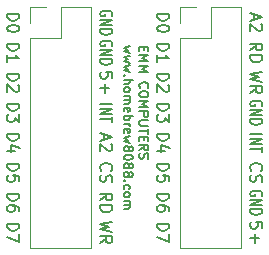
<source format=gbr>
G04 #@! TF.GenerationSoftware,KiCad,Pcbnew,(5.1.8)-1*
G04 #@! TF.CreationDate,2022-06-12T13:47:46-06:00*
G04 #@! TF.ProjectId,USB Adapter,55534220-4164-4617-9074-65722e6b6963,rev?*
G04 #@! TF.SameCoordinates,Original*
G04 #@! TF.FileFunction,Legend,Top*
G04 #@! TF.FilePolarity,Positive*
%FSLAX46Y46*%
G04 Gerber Fmt 4.6, Leading zero omitted, Abs format (unit mm)*
G04 Created by KiCad (PCBNEW (5.1.8)-1) date 2022-06-12 13:47:46*
%MOMM*%
%LPD*%
G01*
G04 APERTURE LIST*
%ADD10C,0.190500*%
%ADD11C,0.150000*%
%ADD12C,0.120000*%
G04 APERTURE END LIST*
D10*
X145501178Y-83363253D02*
X145501178Y-83617253D01*
X145102035Y-83726110D02*
X145102035Y-83363253D01*
X145864035Y-83363253D01*
X145864035Y-83726110D01*
X145102035Y-84052682D02*
X145864035Y-84052682D01*
X145319750Y-84306682D01*
X145864035Y-84560682D01*
X145102035Y-84560682D01*
X145102035Y-84923539D02*
X145864035Y-84923539D01*
X145319750Y-85177539D01*
X145864035Y-85431539D01*
X145102035Y-85431539D01*
X145174607Y-86810396D02*
X145138321Y-86774110D01*
X145102035Y-86665253D01*
X145102035Y-86592682D01*
X145138321Y-86483825D01*
X145210892Y-86411253D01*
X145283464Y-86374967D01*
X145428607Y-86338682D01*
X145537464Y-86338682D01*
X145682607Y-86374967D01*
X145755178Y-86411253D01*
X145827750Y-86483825D01*
X145864035Y-86592682D01*
X145864035Y-86665253D01*
X145827750Y-86774110D01*
X145791464Y-86810396D01*
X145864035Y-87282110D02*
X145864035Y-87427253D01*
X145827750Y-87499825D01*
X145755178Y-87572396D01*
X145610035Y-87608682D01*
X145356035Y-87608682D01*
X145210892Y-87572396D01*
X145138321Y-87499825D01*
X145102035Y-87427253D01*
X145102035Y-87282110D01*
X145138321Y-87209539D01*
X145210892Y-87136967D01*
X145356035Y-87100682D01*
X145610035Y-87100682D01*
X145755178Y-87136967D01*
X145827750Y-87209539D01*
X145864035Y-87282110D01*
X145102035Y-87935253D02*
X145864035Y-87935253D01*
X145319750Y-88189253D01*
X145864035Y-88443253D01*
X145102035Y-88443253D01*
X145102035Y-88806110D02*
X145864035Y-88806110D01*
X145864035Y-89096396D01*
X145827750Y-89168967D01*
X145791464Y-89205253D01*
X145718892Y-89241539D01*
X145610035Y-89241539D01*
X145537464Y-89205253D01*
X145501178Y-89168967D01*
X145464892Y-89096396D01*
X145464892Y-88806110D01*
X145864035Y-89568110D02*
X145247178Y-89568110D01*
X145174607Y-89604396D01*
X145138321Y-89640682D01*
X145102035Y-89713253D01*
X145102035Y-89858396D01*
X145138321Y-89930967D01*
X145174607Y-89967253D01*
X145247178Y-90003539D01*
X145864035Y-90003539D01*
X145864035Y-90257539D02*
X145864035Y-90692967D01*
X145102035Y-90475253D02*
X145864035Y-90475253D01*
X145501178Y-90946967D02*
X145501178Y-91200967D01*
X145102035Y-91309825D02*
X145102035Y-90946967D01*
X145864035Y-90946967D01*
X145864035Y-91309825D01*
X145102035Y-92071825D02*
X145464892Y-91817825D01*
X145102035Y-91636396D02*
X145864035Y-91636396D01*
X145864035Y-91926682D01*
X145827750Y-91999253D01*
X145791464Y-92035539D01*
X145718892Y-92071825D01*
X145610035Y-92071825D01*
X145537464Y-92035539D01*
X145501178Y-91999253D01*
X145464892Y-91926682D01*
X145464892Y-91636396D01*
X145138321Y-92362110D02*
X145102035Y-92470967D01*
X145102035Y-92652396D01*
X145138321Y-92724967D01*
X145174607Y-92761253D01*
X145247178Y-92797539D01*
X145319750Y-92797539D01*
X145392321Y-92761253D01*
X145428607Y-92724967D01*
X145464892Y-92652396D01*
X145501178Y-92507253D01*
X145537464Y-92434682D01*
X145573750Y-92398396D01*
X145646321Y-92362110D01*
X145718892Y-92362110D01*
X145791464Y-92398396D01*
X145827750Y-92434682D01*
X145864035Y-92507253D01*
X145864035Y-92688682D01*
X145827750Y-92797539D01*
X144276535Y-83290682D02*
X143768535Y-83435825D01*
X144131392Y-83580967D01*
X143768535Y-83726110D01*
X144276535Y-83871253D01*
X144276535Y-84088967D02*
X143768535Y-84234110D01*
X144131392Y-84379253D01*
X143768535Y-84524396D01*
X144276535Y-84669539D01*
X144276535Y-84887253D02*
X143768535Y-85032396D01*
X144131392Y-85177539D01*
X143768535Y-85322682D01*
X144276535Y-85467825D01*
X143841107Y-85758110D02*
X143804821Y-85794396D01*
X143768535Y-85758110D01*
X143804821Y-85721825D01*
X143841107Y-85758110D01*
X143768535Y-85758110D01*
X143768535Y-86120967D02*
X144530535Y-86120967D01*
X143768535Y-86447539D02*
X144167678Y-86447539D01*
X144240250Y-86411253D01*
X144276535Y-86338682D01*
X144276535Y-86229825D01*
X144240250Y-86157253D01*
X144203964Y-86120967D01*
X143768535Y-86919253D02*
X143804821Y-86846682D01*
X143841107Y-86810396D01*
X143913678Y-86774110D01*
X144131392Y-86774110D01*
X144203964Y-86810396D01*
X144240250Y-86846682D01*
X144276535Y-86919253D01*
X144276535Y-87028110D01*
X144240250Y-87100682D01*
X144203964Y-87136967D01*
X144131392Y-87173253D01*
X143913678Y-87173253D01*
X143841107Y-87136967D01*
X143804821Y-87100682D01*
X143768535Y-87028110D01*
X143768535Y-86919253D01*
X143768535Y-87499825D02*
X144276535Y-87499825D01*
X144203964Y-87499825D02*
X144240250Y-87536110D01*
X144276535Y-87608682D01*
X144276535Y-87717539D01*
X144240250Y-87790110D01*
X144167678Y-87826396D01*
X143768535Y-87826396D01*
X144167678Y-87826396D02*
X144240250Y-87862682D01*
X144276535Y-87935253D01*
X144276535Y-88044110D01*
X144240250Y-88116682D01*
X144167678Y-88152967D01*
X143768535Y-88152967D01*
X143804821Y-88806110D02*
X143768535Y-88733539D01*
X143768535Y-88588396D01*
X143804821Y-88515825D01*
X143877392Y-88479539D01*
X144167678Y-88479539D01*
X144240250Y-88515825D01*
X144276535Y-88588396D01*
X144276535Y-88733539D01*
X144240250Y-88806110D01*
X144167678Y-88842396D01*
X144095107Y-88842396D01*
X144022535Y-88479539D01*
X143768535Y-89168967D02*
X144530535Y-89168967D01*
X144240250Y-89168967D02*
X144276535Y-89241539D01*
X144276535Y-89386682D01*
X144240250Y-89459253D01*
X144203964Y-89495539D01*
X144131392Y-89531825D01*
X143913678Y-89531825D01*
X143841107Y-89495539D01*
X143804821Y-89459253D01*
X143768535Y-89386682D01*
X143768535Y-89241539D01*
X143804821Y-89168967D01*
X143768535Y-89858396D02*
X144276535Y-89858396D01*
X144131392Y-89858396D02*
X144203964Y-89894682D01*
X144240250Y-89930967D01*
X144276535Y-90003539D01*
X144276535Y-90076110D01*
X143804821Y-90620396D02*
X143768535Y-90547825D01*
X143768535Y-90402682D01*
X143804821Y-90330110D01*
X143877392Y-90293825D01*
X144167678Y-90293825D01*
X144240250Y-90330110D01*
X144276535Y-90402682D01*
X144276535Y-90547825D01*
X144240250Y-90620396D01*
X144167678Y-90656682D01*
X144095107Y-90656682D01*
X144022535Y-90293825D01*
X144276535Y-90910682D02*
X143768535Y-91055825D01*
X144131392Y-91200967D01*
X143768535Y-91346110D01*
X144276535Y-91491253D01*
X144203964Y-91890396D02*
X144240250Y-91817825D01*
X144276535Y-91781539D01*
X144349107Y-91745253D01*
X144385392Y-91745253D01*
X144457964Y-91781539D01*
X144494250Y-91817825D01*
X144530535Y-91890396D01*
X144530535Y-92035539D01*
X144494250Y-92108110D01*
X144457964Y-92144396D01*
X144385392Y-92180682D01*
X144349107Y-92180682D01*
X144276535Y-92144396D01*
X144240250Y-92108110D01*
X144203964Y-92035539D01*
X144203964Y-91890396D01*
X144167678Y-91817825D01*
X144131392Y-91781539D01*
X144058821Y-91745253D01*
X143913678Y-91745253D01*
X143841107Y-91781539D01*
X143804821Y-91817825D01*
X143768535Y-91890396D01*
X143768535Y-92035539D01*
X143804821Y-92108110D01*
X143841107Y-92144396D01*
X143913678Y-92180682D01*
X144058821Y-92180682D01*
X144131392Y-92144396D01*
X144167678Y-92108110D01*
X144203964Y-92035539D01*
X144530535Y-92652396D02*
X144530535Y-92724967D01*
X144494250Y-92797539D01*
X144457964Y-92833825D01*
X144385392Y-92870110D01*
X144240250Y-92906396D01*
X144058821Y-92906396D01*
X143913678Y-92870110D01*
X143841107Y-92833825D01*
X143804821Y-92797539D01*
X143768535Y-92724967D01*
X143768535Y-92652396D01*
X143804821Y-92579825D01*
X143841107Y-92543539D01*
X143913678Y-92507253D01*
X144058821Y-92470967D01*
X144240250Y-92470967D01*
X144385392Y-92507253D01*
X144457964Y-92543539D01*
X144494250Y-92579825D01*
X144530535Y-92652396D01*
X144203964Y-93341825D02*
X144240250Y-93269253D01*
X144276535Y-93232967D01*
X144349107Y-93196682D01*
X144385392Y-93196682D01*
X144457964Y-93232967D01*
X144494250Y-93269253D01*
X144530535Y-93341825D01*
X144530535Y-93486967D01*
X144494250Y-93559539D01*
X144457964Y-93595825D01*
X144385392Y-93632110D01*
X144349107Y-93632110D01*
X144276535Y-93595825D01*
X144240250Y-93559539D01*
X144203964Y-93486967D01*
X144203964Y-93341825D01*
X144167678Y-93269253D01*
X144131392Y-93232967D01*
X144058821Y-93196682D01*
X143913678Y-93196682D01*
X143841107Y-93232967D01*
X143804821Y-93269253D01*
X143768535Y-93341825D01*
X143768535Y-93486967D01*
X143804821Y-93559539D01*
X143841107Y-93595825D01*
X143913678Y-93632110D01*
X144058821Y-93632110D01*
X144131392Y-93595825D01*
X144167678Y-93559539D01*
X144203964Y-93486967D01*
X144203964Y-94067539D02*
X144240250Y-93994967D01*
X144276535Y-93958682D01*
X144349107Y-93922396D01*
X144385392Y-93922396D01*
X144457964Y-93958682D01*
X144494250Y-93994967D01*
X144530535Y-94067539D01*
X144530535Y-94212682D01*
X144494250Y-94285253D01*
X144457964Y-94321539D01*
X144385392Y-94357825D01*
X144349107Y-94357825D01*
X144276535Y-94321539D01*
X144240250Y-94285253D01*
X144203964Y-94212682D01*
X144203964Y-94067539D01*
X144167678Y-93994967D01*
X144131392Y-93958682D01*
X144058821Y-93922396D01*
X143913678Y-93922396D01*
X143841107Y-93958682D01*
X143804821Y-93994967D01*
X143768535Y-94067539D01*
X143768535Y-94212682D01*
X143804821Y-94285253D01*
X143841107Y-94321539D01*
X143913678Y-94357825D01*
X144058821Y-94357825D01*
X144131392Y-94321539D01*
X144167678Y-94285253D01*
X144203964Y-94212682D01*
X143841107Y-94684396D02*
X143804821Y-94720682D01*
X143768535Y-94684396D01*
X143804821Y-94648110D01*
X143841107Y-94684396D01*
X143768535Y-94684396D01*
X143804821Y-95373825D02*
X143768535Y-95301253D01*
X143768535Y-95156110D01*
X143804821Y-95083539D01*
X143841107Y-95047253D01*
X143913678Y-95010967D01*
X144131392Y-95010967D01*
X144203964Y-95047253D01*
X144240250Y-95083539D01*
X144276535Y-95156110D01*
X144276535Y-95301253D01*
X144240250Y-95373825D01*
X143768535Y-95809253D02*
X143804821Y-95736682D01*
X143841107Y-95700396D01*
X143913678Y-95664110D01*
X144131392Y-95664110D01*
X144203964Y-95700396D01*
X144240250Y-95736682D01*
X144276535Y-95809253D01*
X144276535Y-95918110D01*
X144240250Y-95990682D01*
X144203964Y-96026967D01*
X144131392Y-96063253D01*
X143913678Y-96063253D01*
X143841107Y-96026967D01*
X143804821Y-95990682D01*
X143768535Y-95918110D01*
X143768535Y-95809253D01*
X143768535Y-96389825D02*
X144276535Y-96389825D01*
X144203964Y-96389825D02*
X144240250Y-96426110D01*
X144276535Y-96498682D01*
X144276535Y-96607539D01*
X144240250Y-96680110D01*
X144167678Y-96716396D01*
X143768535Y-96716396D01*
X144167678Y-96716396D02*
X144240250Y-96752682D01*
X144276535Y-96825253D01*
X144276535Y-96934110D01*
X144240250Y-97006682D01*
X144167678Y-97042967D01*
X143768535Y-97042967D01*
D11*
X154582857Y-93813333D02*
X154535238Y-93765714D01*
X154487619Y-93622857D01*
X154487619Y-93527619D01*
X154535238Y-93384761D01*
X154630476Y-93289523D01*
X154725714Y-93241904D01*
X154916190Y-93194285D01*
X155059047Y-93194285D01*
X155249523Y-93241904D01*
X155344761Y-93289523D01*
X155440000Y-93384761D01*
X155487619Y-93527619D01*
X155487619Y-93622857D01*
X155440000Y-93765714D01*
X155392380Y-93813333D01*
X154535238Y-94194285D02*
X154487619Y-94337142D01*
X154487619Y-94575238D01*
X154535238Y-94670476D01*
X154582857Y-94718095D01*
X154678095Y-94765714D01*
X154773333Y-94765714D01*
X154868571Y-94718095D01*
X154916190Y-94670476D01*
X154963809Y-94575238D01*
X155011428Y-94384761D01*
X155059047Y-94289523D01*
X155106666Y-94241904D01*
X155201904Y-94194285D01*
X155297142Y-94194285D01*
X155392380Y-94241904D01*
X155440000Y-94289523D01*
X155487619Y-94384761D01*
X155487619Y-94622857D01*
X155440000Y-94765714D01*
X155487619Y-98679047D02*
X155487619Y-98202857D01*
X155011428Y-98155238D01*
X155059047Y-98202857D01*
X155106666Y-98298095D01*
X155106666Y-98536190D01*
X155059047Y-98631428D01*
X155011428Y-98679047D01*
X154916190Y-98726666D01*
X154678095Y-98726666D01*
X154582857Y-98679047D01*
X154535238Y-98631428D01*
X154487619Y-98536190D01*
X154487619Y-98298095D01*
X154535238Y-98202857D01*
X154582857Y-98155238D01*
X154868571Y-99155238D02*
X154868571Y-99917142D01*
X154487619Y-99536190D02*
X155249523Y-99536190D01*
X155440000Y-95939428D02*
X155487619Y-95866857D01*
X155487619Y-95758000D01*
X155440000Y-95649142D01*
X155344761Y-95576571D01*
X155249523Y-95540285D01*
X155059047Y-95504000D01*
X154916190Y-95504000D01*
X154725714Y-95540285D01*
X154630476Y-95576571D01*
X154535238Y-95649142D01*
X154487619Y-95758000D01*
X154487619Y-95830571D01*
X154535238Y-95939428D01*
X154582857Y-95975714D01*
X154916190Y-95975714D01*
X154916190Y-95830571D01*
X154487619Y-96302285D02*
X155487619Y-96302285D01*
X154487619Y-96737714D01*
X155487619Y-96737714D01*
X154487619Y-97100571D02*
X155487619Y-97100571D01*
X155487619Y-97282000D01*
X155440000Y-97390857D01*
X155344761Y-97463428D01*
X155249523Y-97499714D01*
X155059047Y-97536000D01*
X154916190Y-97536000D01*
X154725714Y-97499714D01*
X154630476Y-97463428D01*
X154535238Y-97390857D01*
X154487619Y-97282000D01*
X154487619Y-97100571D01*
X154487619Y-90750571D02*
X155487619Y-90750571D01*
X154487619Y-91113428D02*
X155487619Y-91113428D01*
X154487619Y-91548857D01*
X155487619Y-91548857D01*
X155487619Y-91802857D02*
X155487619Y-92238285D01*
X154487619Y-92020571D02*
X155487619Y-92020571D01*
X142740000Y-83239428D02*
X142787619Y-83166857D01*
X142787619Y-83058000D01*
X142740000Y-82949142D01*
X142644761Y-82876571D01*
X142549523Y-82840285D01*
X142359047Y-82804000D01*
X142216190Y-82804000D01*
X142025714Y-82840285D01*
X141930476Y-82876571D01*
X141835238Y-82949142D01*
X141787619Y-83058000D01*
X141787619Y-83130571D01*
X141835238Y-83239428D01*
X141882857Y-83275714D01*
X142216190Y-83275714D01*
X142216190Y-83130571D01*
X141787619Y-83602285D02*
X142787619Y-83602285D01*
X141787619Y-84037714D01*
X142787619Y-84037714D01*
X141787619Y-84400571D02*
X142787619Y-84400571D01*
X142787619Y-84582000D01*
X142740000Y-84690857D01*
X142644761Y-84763428D01*
X142549523Y-84799714D01*
X142359047Y-84836000D01*
X142216190Y-84836000D01*
X142025714Y-84799714D01*
X141930476Y-84763428D01*
X141835238Y-84690857D01*
X141787619Y-84582000D01*
X141787619Y-84400571D01*
X141787619Y-88210571D02*
X142787619Y-88210571D01*
X141787619Y-88573428D02*
X142787619Y-88573428D01*
X141787619Y-89008857D01*
X142787619Y-89008857D01*
X142787619Y-89262857D02*
X142787619Y-89698285D01*
X141787619Y-89480571D02*
X142787619Y-89480571D01*
X142787619Y-85979047D02*
X142787619Y-85502857D01*
X142311428Y-85455238D01*
X142359047Y-85502857D01*
X142406666Y-85598095D01*
X142406666Y-85836190D01*
X142359047Y-85931428D01*
X142311428Y-85979047D01*
X142216190Y-86026666D01*
X141978095Y-86026666D01*
X141882857Y-85979047D01*
X141835238Y-85931428D01*
X141787619Y-85836190D01*
X141787619Y-85598095D01*
X141835238Y-85502857D01*
X141882857Y-85455238D01*
X142168571Y-86455238D02*
X142168571Y-87217142D01*
X141787619Y-86836190D02*
X142549523Y-86836190D01*
X142740000Y-80699428D02*
X142787619Y-80626857D01*
X142787619Y-80518000D01*
X142740000Y-80409142D01*
X142644761Y-80336571D01*
X142549523Y-80300285D01*
X142359047Y-80264000D01*
X142216190Y-80264000D01*
X142025714Y-80300285D01*
X141930476Y-80336571D01*
X141835238Y-80409142D01*
X141787619Y-80518000D01*
X141787619Y-80590571D01*
X141835238Y-80699428D01*
X141882857Y-80735714D01*
X142216190Y-80735714D01*
X142216190Y-80590571D01*
X141787619Y-81062285D02*
X142787619Y-81062285D01*
X141787619Y-81497714D01*
X142787619Y-81497714D01*
X141787619Y-81860571D02*
X142787619Y-81860571D01*
X142787619Y-82042000D01*
X142740000Y-82150857D01*
X142644761Y-82223428D01*
X142549523Y-82259714D01*
X142359047Y-82296000D01*
X142216190Y-82296000D01*
X142025714Y-82259714D01*
X141930476Y-82223428D01*
X141835238Y-82150857D01*
X141787619Y-82042000D01*
X141787619Y-81860571D01*
X146613619Y-80541904D02*
X147613619Y-80541904D01*
X147613619Y-80780000D01*
X147566000Y-80922857D01*
X147470761Y-81018095D01*
X147375523Y-81065714D01*
X147185047Y-81113333D01*
X147042190Y-81113333D01*
X146851714Y-81065714D01*
X146756476Y-81018095D01*
X146661238Y-80922857D01*
X146613619Y-80780000D01*
X146613619Y-80541904D01*
X147613619Y-81732380D02*
X147613619Y-81827619D01*
X147566000Y-81922857D01*
X147518380Y-81970476D01*
X147423142Y-82018095D01*
X147232666Y-82065714D01*
X146994571Y-82065714D01*
X146804095Y-82018095D01*
X146708857Y-81970476D01*
X146661238Y-81922857D01*
X146613619Y-81827619D01*
X146613619Y-81732380D01*
X146661238Y-81637142D01*
X146708857Y-81589523D01*
X146804095Y-81541904D01*
X146994571Y-81494285D01*
X147232666Y-81494285D01*
X147423142Y-81541904D01*
X147518380Y-81589523D01*
X147566000Y-81637142D01*
X147613619Y-81732380D01*
X154487619Y-83629523D02*
X154963809Y-83296190D01*
X154487619Y-83058095D02*
X155487619Y-83058095D01*
X155487619Y-83439047D01*
X155440000Y-83534285D01*
X155392380Y-83581904D01*
X155297142Y-83629523D01*
X155154285Y-83629523D01*
X155059047Y-83581904D01*
X155011428Y-83534285D01*
X154963809Y-83439047D01*
X154963809Y-83058095D01*
X154487619Y-84058095D02*
X155487619Y-84058095D01*
X155487619Y-84296190D01*
X155440000Y-84439047D01*
X155344761Y-84534285D01*
X155249523Y-84581904D01*
X155059047Y-84629523D01*
X154916190Y-84629523D01*
X154725714Y-84581904D01*
X154630476Y-84534285D01*
X154535238Y-84439047D01*
X154487619Y-84296190D01*
X154487619Y-84058095D01*
X146613619Y-93241904D02*
X147613619Y-93241904D01*
X147613619Y-93480000D01*
X147566000Y-93622857D01*
X147470761Y-93718095D01*
X147375523Y-93765714D01*
X147185047Y-93813333D01*
X147042190Y-93813333D01*
X146851714Y-93765714D01*
X146756476Y-93718095D01*
X146661238Y-93622857D01*
X146613619Y-93480000D01*
X146613619Y-93241904D01*
X147613619Y-94718095D02*
X147613619Y-94241904D01*
X147137428Y-94194285D01*
X147185047Y-94241904D01*
X147232666Y-94337142D01*
X147232666Y-94575238D01*
X147185047Y-94670476D01*
X147137428Y-94718095D01*
X147042190Y-94765714D01*
X146804095Y-94765714D01*
X146708857Y-94718095D01*
X146661238Y-94670476D01*
X146613619Y-94575238D01*
X146613619Y-94337142D01*
X146661238Y-94241904D01*
X146708857Y-94194285D01*
X155440000Y-88319428D02*
X155487619Y-88246857D01*
X155487619Y-88138000D01*
X155440000Y-88029142D01*
X155344761Y-87956571D01*
X155249523Y-87920285D01*
X155059047Y-87884000D01*
X154916190Y-87884000D01*
X154725714Y-87920285D01*
X154630476Y-87956571D01*
X154535238Y-88029142D01*
X154487619Y-88138000D01*
X154487619Y-88210571D01*
X154535238Y-88319428D01*
X154582857Y-88355714D01*
X154916190Y-88355714D01*
X154916190Y-88210571D01*
X154487619Y-88682285D02*
X155487619Y-88682285D01*
X154487619Y-89117714D01*
X155487619Y-89117714D01*
X154487619Y-89480571D02*
X155487619Y-89480571D01*
X155487619Y-89662000D01*
X155440000Y-89770857D01*
X155344761Y-89843428D01*
X155249523Y-89879714D01*
X155059047Y-89916000D01*
X154916190Y-89916000D01*
X154725714Y-89879714D01*
X154630476Y-89843428D01*
X154535238Y-89770857D01*
X154487619Y-89662000D01*
X154487619Y-89480571D01*
X146613619Y-88161904D02*
X147613619Y-88161904D01*
X147613619Y-88400000D01*
X147566000Y-88542857D01*
X147470761Y-88638095D01*
X147375523Y-88685714D01*
X147185047Y-88733333D01*
X147042190Y-88733333D01*
X146851714Y-88685714D01*
X146756476Y-88638095D01*
X146661238Y-88542857D01*
X146613619Y-88400000D01*
X146613619Y-88161904D01*
X147613619Y-89066666D02*
X147613619Y-89685714D01*
X147232666Y-89352380D01*
X147232666Y-89495238D01*
X147185047Y-89590476D01*
X147137428Y-89638095D01*
X147042190Y-89685714D01*
X146804095Y-89685714D01*
X146708857Y-89638095D01*
X146661238Y-89590476D01*
X146613619Y-89495238D01*
X146613619Y-89209523D01*
X146661238Y-89114285D01*
X146708857Y-89066666D01*
X146613619Y-90701904D02*
X147613619Y-90701904D01*
X147613619Y-90940000D01*
X147566000Y-91082857D01*
X147470761Y-91178095D01*
X147375523Y-91225714D01*
X147185047Y-91273333D01*
X147042190Y-91273333D01*
X146851714Y-91225714D01*
X146756476Y-91178095D01*
X146661238Y-91082857D01*
X146613619Y-90940000D01*
X146613619Y-90701904D01*
X147280285Y-92130476D02*
X146613619Y-92130476D01*
X147661238Y-91892380D02*
X146946952Y-91654285D01*
X146946952Y-92273333D01*
X146613619Y-83081904D02*
X147613619Y-83081904D01*
X147613619Y-83320000D01*
X147566000Y-83462857D01*
X147470761Y-83558095D01*
X147375523Y-83605714D01*
X147185047Y-83653333D01*
X147042190Y-83653333D01*
X146851714Y-83605714D01*
X146756476Y-83558095D01*
X146661238Y-83462857D01*
X146613619Y-83320000D01*
X146613619Y-83081904D01*
X146613619Y-84605714D02*
X146613619Y-84034285D01*
X146613619Y-84320000D02*
X147613619Y-84320000D01*
X147470761Y-84224761D01*
X147375523Y-84129523D01*
X147327904Y-84034285D01*
X146613619Y-95781904D02*
X147613619Y-95781904D01*
X147613619Y-96020000D01*
X147566000Y-96162857D01*
X147470761Y-96258095D01*
X147375523Y-96305714D01*
X147185047Y-96353333D01*
X147042190Y-96353333D01*
X146851714Y-96305714D01*
X146756476Y-96258095D01*
X146661238Y-96162857D01*
X146613619Y-96020000D01*
X146613619Y-95781904D01*
X147613619Y-97210476D02*
X147613619Y-97020000D01*
X147566000Y-96924761D01*
X147518380Y-96877142D01*
X147375523Y-96781904D01*
X147185047Y-96734285D01*
X146804095Y-96734285D01*
X146708857Y-96781904D01*
X146661238Y-96829523D01*
X146613619Y-96924761D01*
X146613619Y-97115238D01*
X146661238Y-97210476D01*
X146708857Y-97258095D01*
X146804095Y-97305714D01*
X147042190Y-97305714D01*
X147137428Y-97258095D01*
X147185047Y-97210476D01*
X147232666Y-97115238D01*
X147232666Y-96924761D01*
X147185047Y-96829523D01*
X147137428Y-96781904D01*
X147042190Y-96734285D01*
X146613619Y-85621904D02*
X147613619Y-85621904D01*
X147613619Y-85860000D01*
X147566000Y-86002857D01*
X147470761Y-86098095D01*
X147375523Y-86145714D01*
X147185047Y-86193333D01*
X147042190Y-86193333D01*
X146851714Y-86145714D01*
X146756476Y-86098095D01*
X146661238Y-86002857D01*
X146613619Y-85860000D01*
X146613619Y-85621904D01*
X147518380Y-86574285D02*
X147566000Y-86621904D01*
X147613619Y-86717142D01*
X147613619Y-86955238D01*
X147566000Y-87050476D01*
X147518380Y-87098095D01*
X147423142Y-87145714D01*
X147327904Y-87145714D01*
X147185047Y-87098095D01*
X146613619Y-86526666D01*
X146613619Y-87145714D01*
X155487619Y-85431428D02*
X154487619Y-85669523D01*
X155201904Y-85860000D01*
X154487619Y-86050476D01*
X155487619Y-86288571D01*
X154487619Y-87240952D02*
X154963809Y-86907619D01*
X154487619Y-86669523D02*
X155487619Y-86669523D01*
X155487619Y-87050476D01*
X155440000Y-87145714D01*
X155392380Y-87193333D01*
X155297142Y-87240952D01*
X155154285Y-87240952D01*
X155059047Y-87193333D01*
X155011428Y-87145714D01*
X154963809Y-87050476D01*
X154963809Y-86669523D01*
X154773333Y-80565714D02*
X154773333Y-81041904D01*
X154487619Y-80470476D02*
X155487619Y-80803809D01*
X154487619Y-81137142D01*
X155392380Y-81422857D02*
X155440000Y-81470476D01*
X155487619Y-81565714D01*
X155487619Y-81803809D01*
X155440000Y-81899047D01*
X155392380Y-81946666D01*
X155297142Y-81994285D01*
X155201904Y-81994285D01*
X155059047Y-81946666D01*
X154487619Y-81375238D01*
X154487619Y-81994285D01*
X146613619Y-98321904D02*
X147613619Y-98321904D01*
X147613619Y-98560000D01*
X147566000Y-98702857D01*
X147470761Y-98798095D01*
X147375523Y-98845714D01*
X147185047Y-98893333D01*
X147042190Y-98893333D01*
X146851714Y-98845714D01*
X146756476Y-98798095D01*
X146661238Y-98702857D01*
X146613619Y-98560000D01*
X146613619Y-98321904D01*
X147613619Y-99226666D02*
X147613619Y-99893333D01*
X146613619Y-99464761D01*
X133913619Y-80541904D02*
X134913619Y-80541904D01*
X134913619Y-80780000D01*
X134866000Y-80922857D01*
X134770761Y-81018095D01*
X134675523Y-81065714D01*
X134485047Y-81113333D01*
X134342190Y-81113333D01*
X134151714Y-81065714D01*
X134056476Y-81018095D01*
X133961238Y-80922857D01*
X133913619Y-80780000D01*
X133913619Y-80541904D01*
X134913619Y-81732380D02*
X134913619Y-81827619D01*
X134866000Y-81922857D01*
X134818380Y-81970476D01*
X134723142Y-82018095D01*
X134532666Y-82065714D01*
X134294571Y-82065714D01*
X134104095Y-82018095D01*
X134008857Y-81970476D01*
X133961238Y-81922857D01*
X133913619Y-81827619D01*
X133913619Y-81732380D01*
X133961238Y-81637142D01*
X134008857Y-81589523D01*
X134104095Y-81541904D01*
X134294571Y-81494285D01*
X134532666Y-81494285D01*
X134723142Y-81541904D01*
X134818380Y-81589523D01*
X134866000Y-81637142D01*
X134913619Y-81732380D01*
X141882857Y-93813333D02*
X141835238Y-93765714D01*
X141787619Y-93622857D01*
X141787619Y-93527619D01*
X141835238Y-93384761D01*
X141930476Y-93289523D01*
X142025714Y-93241904D01*
X142216190Y-93194285D01*
X142359047Y-93194285D01*
X142549523Y-93241904D01*
X142644761Y-93289523D01*
X142740000Y-93384761D01*
X142787619Y-93527619D01*
X142787619Y-93622857D01*
X142740000Y-93765714D01*
X142692380Y-93813333D01*
X141835238Y-94194285D02*
X141787619Y-94337142D01*
X141787619Y-94575238D01*
X141835238Y-94670476D01*
X141882857Y-94718095D01*
X141978095Y-94765714D01*
X142073333Y-94765714D01*
X142168571Y-94718095D01*
X142216190Y-94670476D01*
X142263809Y-94575238D01*
X142311428Y-94384761D01*
X142359047Y-94289523D01*
X142406666Y-94241904D01*
X142501904Y-94194285D01*
X142597142Y-94194285D01*
X142692380Y-94241904D01*
X142740000Y-94289523D01*
X142787619Y-94384761D01*
X142787619Y-94622857D01*
X142740000Y-94765714D01*
X133913619Y-93241904D02*
X134913619Y-93241904D01*
X134913619Y-93480000D01*
X134866000Y-93622857D01*
X134770761Y-93718095D01*
X134675523Y-93765714D01*
X134485047Y-93813333D01*
X134342190Y-93813333D01*
X134151714Y-93765714D01*
X134056476Y-93718095D01*
X133961238Y-93622857D01*
X133913619Y-93480000D01*
X133913619Y-93241904D01*
X134913619Y-94718095D02*
X134913619Y-94241904D01*
X134437428Y-94194285D01*
X134485047Y-94241904D01*
X134532666Y-94337142D01*
X134532666Y-94575238D01*
X134485047Y-94670476D01*
X134437428Y-94718095D01*
X134342190Y-94765714D01*
X134104095Y-94765714D01*
X134008857Y-94718095D01*
X133961238Y-94670476D01*
X133913619Y-94575238D01*
X133913619Y-94337142D01*
X133961238Y-94241904D01*
X134008857Y-94194285D01*
X142787619Y-98131428D02*
X141787619Y-98369523D01*
X142501904Y-98560000D01*
X141787619Y-98750476D01*
X142787619Y-98988571D01*
X141787619Y-99940952D02*
X142263809Y-99607619D01*
X141787619Y-99369523D02*
X142787619Y-99369523D01*
X142787619Y-99750476D01*
X142740000Y-99845714D01*
X142692380Y-99893333D01*
X142597142Y-99940952D01*
X142454285Y-99940952D01*
X142359047Y-99893333D01*
X142311428Y-99845714D01*
X142263809Y-99750476D01*
X142263809Y-99369523D01*
X133913619Y-88161904D02*
X134913619Y-88161904D01*
X134913619Y-88400000D01*
X134866000Y-88542857D01*
X134770761Y-88638095D01*
X134675523Y-88685714D01*
X134485047Y-88733333D01*
X134342190Y-88733333D01*
X134151714Y-88685714D01*
X134056476Y-88638095D01*
X133961238Y-88542857D01*
X133913619Y-88400000D01*
X133913619Y-88161904D01*
X134913619Y-89066666D02*
X134913619Y-89685714D01*
X134532666Y-89352380D01*
X134532666Y-89495238D01*
X134485047Y-89590476D01*
X134437428Y-89638095D01*
X134342190Y-89685714D01*
X134104095Y-89685714D01*
X134008857Y-89638095D01*
X133961238Y-89590476D01*
X133913619Y-89495238D01*
X133913619Y-89209523D01*
X133961238Y-89114285D01*
X134008857Y-89066666D01*
X133913619Y-90701904D02*
X134913619Y-90701904D01*
X134913619Y-90940000D01*
X134866000Y-91082857D01*
X134770761Y-91178095D01*
X134675523Y-91225714D01*
X134485047Y-91273333D01*
X134342190Y-91273333D01*
X134151714Y-91225714D01*
X134056476Y-91178095D01*
X133961238Y-91082857D01*
X133913619Y-90940000D01*
X133913619Y-90701904D01*
X134580285Y-92130476D02*
X133913619Y-92130476D01*
X134961238Y-91892380D02*
X134246952Y-91654285D01*
X134246952Y-92273333D01*
X133913619Y-83081904D02*
X134913619Y-83081904D01*
X134913619Y-83320000D01*
X134866000Y-83462857D01*
X134770761Y-83558095D01*
X134675523Y-83605714D01*
X134485047Y-83653333D01*
X134342190Y-83653333D01*
X134151714Y-83605714D01*
X134056476Y-83558095D01*
X133961238Y-83462857D01*
X133913619Y-83320000D01*
X133913619Y-83081904D01*
X133913619Y-84605714D02*
X133913619Y-84034285D01*
X133913619Y-84320000D02*
X134913619Y-84320000D01*
X134770761Y-84224761D01*
X134675523Y-84129523D01*
X134627904Y-84034285D01*
X133913619Y-95781904D02*
X134913619Y-95781904D01*
X134913619Y-96020000D01*
X134866000Y-96162857D01*
X134770761Y-96258095D01*
X134675523Y-96305714D01*
X134485047Y-96353333D01*
X134342190Y-96353333D01*
X134151714Y-96305714D01*
X134056476Y-96258095D01*
X133961238Y-96162857D01*
X133913619Y-96020000D01*
X133913619Y-95781904D01*
X134913619Y-97210476D02*
X134913619Y-97020000D01*
X134866000Y-96924761D01*
X134818380Y-96877142D01*
X134675523Y-96781904D01*
X134485047Y-96734285D01*
X134104095Y-96734285D01*
X134008857Y-96781904D01*
X133961238Y-96829523D01*
X133913619Y-96924761D01*
X133913619Y-97115238D01*
X133961238Y-97210476D01*
X134008857Y-97258095D01*
X134104095Y-97305714D01*
X134342190Y-97305714D01*
X134437428Y-97258095D01*
X134485047Y-97210476D01*
X134532666Y-97115238D01*
X134532666Y-96924761D01*
X134485047Y-96829523D01*
X134437428Y-96781904D01*
X134342190Y-96734285D01*
X133913619Y-85621904D02*
X134913619Y-85621904D01*
X134913619Y-85860000D01*
X134866000Y-86002857D01*
X134770761Y-86098095D01*
X134675523Y-86145714D01*
X134485047Y-86193333D01*
X134342190Y-86193333D01*
X134151714Y-86145714D01*
X134056476Y-86098095D01*
X133961238Y-86002857D01*
X133913619Y-85860000D01*
X133913619Y-85621904D01*
X134818380Y-86574285D02*
X134866000Y-86621904D01*
X134913619Y-86717142D01*
X134913619Y-86955238D01*
X134866000Y-87050476D01*
X134818380Y-87098095D01*
X134723142Y-87145714D01*
X134627904Y-87145714D01*
X134485047Y-87098095D01*
X133913619Y-86526666D01*
X133913619Y-87145714D01*
X141787619Y-96329523D02*
X142263809Y-95996190D01*
X141787619Y-95758095D02*
X142787619Y-95758095D01*
X142787619Y-96139047D01*
X142740000Y-96234285D01*
X142692380Y-96281904D01*
X142597142Y-96329523D01*
X142454285Y-96329523D01*
X142359047Y-96281904D01*
X142311428Y-96234285D01*
X142263809Y-96139047D01*
X142263809Y-95758095D01*
X141787619Y-96758095D02*
X142787619Y-96758095D01*
X142787619Y-96996190D01*
X142740000Y-97139047D01*
X142644761Y-97234285D01*
X142549523Y-97281904D01*
X142359047Y-97329523D01*
X142216190Y-97329523D01*
X142025714Y-97281904D01*
X141930476Y-97234285D01*
X141835238Y-97139047D01*
X141787619Y-96996190D01*
X141787619Y-96758095D01*
X142073333Y-90725714D02*
X142073333Y-91201904D01*
X141787619Y-90630476D02*
X142787619Y-90963809D01*
X141787619Y-91297142D01*
X142692380Y-91582857D02*
X142740000Y-91630476D01*
X142787619Y-91725714D01*
X142787619Y-91963809D01*
X142740000Y-92059047D01*
X142692380Y-92106666D01*
X142597142Y-92154285D01*
X142501904Y-92154285D01*
X142359047Y-92106666D01*
X141787619Y-91535238D01*
X141787619Y-92154285D01*
X133913619Y-98321904D02*
X134913619Y-98321904D01*
X134913619Y-98560000D01*
X134866000Y-98702857D01*
X134770761Y-98798095D01*
X134675523Y-98845714D01*
X134485047Y-98893333D01*
X134342190Y-98893333D01*
X134151714Y-98845714D01*
X134056476Y-98798095D01*
X133961238Y-98702857D01*
X133913619Y-98560000D01*
X133913619Y-98321904D01*
X134913619Y-99226666D02*
X134913619Y-99893333D01*
X133913619Y-99464761D01*
D12*
G04 #@! TO.C,J2*
X148530000Y-100390000D02*
X153730000Y-100390000D01*
X148530000Y-82550000D02*
X148530000Y-100390000D01*
X153730000Y-79950000D02*
X153730000Y-100390000D01*
X148530000Y-82550000D02*
X151130000Y-82550000D01*
X151130000Y-82550000D02*
X151130000Y-79950000D01*
X151130000Y-79950000D02*
X153730000Y-79950000D01*
X148530000Y-81280000D02*
X148530000Y-79950000D01*
X148530000Y-79950000D02*
X149860000Y-79950000D01*
G04 #@! TO.C,J1*
X135830000Y-100390000D02*
X141030000Y-100390000D01*
X135830000Y-82550000D02*
X135830000Y-100390000D01*
X141030000Y-79950000D02*
X141030000Y-100390000D01*
X135830000Y-82550000D02*
X138430000Y-82550000D01*
X138430000Y-82550000D02*
X138430000Y-79950000D01*
X138430000Y-79950000D02*
X141030000Y-79950000D01*
X135830000Y-81280000D02*
X135830000Y-79950000D01*
X135830000Y-79950000D02*
X137160000Y-79950000D01*
G04 #@! TD*
M02*

</source>
